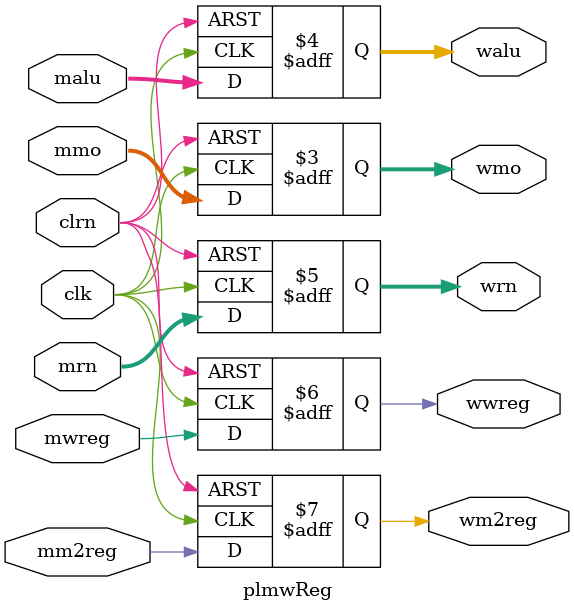
<source format=v>
module plpc(npc, clk, clrn, wpc, pc);
  input       clk, wpc, clrn;
  input       [31:0] npc;
  output      [31:0] pc;
  dffe32 PC(npc, clk, clrn, wpc, pc);
  
endmodule

module plir(pc4, instr, wir, clk, clrn, dpc4, inst); 
    input [31:0] pc4, instr; 
    input        wir, clk, clrn; 
    output[31:0] dpc4, inst; 
    dffe32 pc_plus4(pc4, clk, clrn, wir, dpc4); 
    dffe32 instruction(instr, clk, clrn, wir, inst);

endmodule	

module plieReg(dwreg, dm2reg, dwmem, daluc, daluimm, da, db, dimm, drn, 
                 dshift, djal, dpc4, clk, clrn, ewreg, em2reg, ewmem, 
                 ealuc, ealuimm, ea, eb, eimm, ern, eshift, ejal, epc4); 
       input  [31:0] da, db, dimm, dpc4; 
       input  [ 4:0] drn;
       input  [ 3:0] daluc;
       input         dwreg, dm2reg, dwmem, daluimm, dshift, djal;
       input         clk, clrn; 
       output [31:0] ea, eb, eimm, epc4;
       output [ 4:0] ern; 
       output [ 3:0] ealuc;
       output        ewreg, em2reg, ewmem, ealuimm, eshift, ejal; 
       reg    [31:0] ea, eb, eimm, epc4;
       reg    [ 4:0] ern;
       reg    [ 3:0] ealuc;	   
       reg           ewreg, em2reg, ewmem, ealuimm, eshift, ejal;
	   
	   always @(posedge clrn or posedge clk) 
           if (clrn == 1) begin
               ewreg   <= 0;      
			   em2reg <= 0;
			   ewmem   <= 0;      
			   ealuc  <= 0; 
               ealuimm <= 0;      
			   ea     <= 0; 
               eb      <= 0;      
			   eimm   <= 0; 
               ern     <= 0;      
			   eshift <= 0; 
               ejal    <= 0;      
			   epc4   <= 0; 
			   
                          end 
		   else begin 
             ewreg   <= dwreg;      
			 em2reg <= dm2reg; 
             ewmem   <= dwmem;      
			 ealuc  <= daluc; 
             ealuimm <= daluimm;    
			 ea     <= da; 
             eb      <= db;         
			 eimm   <= dimm; 
             ern     <= drn;        
			 eshift <= dshift; 
             ejal    <= djal;       
			 epc4   <= dpc4; 
			 
                end 
endmodule

module plemReg(ewreg, em2reg, ewmem, ealu, eb, ern, clk, clrn, 
               mwreg, mm2reg, mwmem, malu, mb, mrn); 
       input  [31:0] ealu, eb; 
       input  [ 4:0] ern; 
       input         ewreg, em2reg, ewmem; 
       input         clk, clrn; 
       output [31:0] malu, mb;
	   output [ 4:0] mrn; 
       output        mwreg, mm2reg, mwmem; 
       reg    [31:0] malu, mb; 
       reg    [ 4:0] mrn; 
       reg           mwreg, mm2reg, mwmem; 
	   
   always @(posedge clrn or posedge clk) 
          if(clrn == 1) begin 
              mwreg <= 0;        
			  mm2reg  <= 0; 
              mwmem <= 0;        
			  malu    <= 0; 
              mb    <= 0;        
			  mrn     <= 0; 
          end else begin 
              mwreg <= ewreg;   
			  mm2reg  <= em2reg; 
              mwmem <= ewmem;    
			  malu    <= ealu; 
              mb    <= eb;       
			  mrn     <= ern; 
          end 
endmodule

module plmwReg(mwreg, mm2reg, mmo, malu, mrn, clk, clrn, 
               wwreg, wm2reg, wmo, walu, wrn); 
           input  [31:0] mmo, malu;
           input  [ 4:0] mrn;
           input         mwreg, mm2reg;
           input         clk, clrn;
           output [31:0] wmo, walu;
           output [ 4:0] wrn; 
           output        wwreg, wm2reg; 
           reg    [31:0] wmo, walu; 
           reg    [ 4:0] wrn; 
           reg           wwreg, wm2reg; 
   always @(posedge clrn or posedge clk) 
       if (clrn == 1) begin
	       wwreg <= 0;      
		   wm2reg <= 0;
		   wmo   <= 0;      
		   walu   <= 0;
		   wrn   <= 0;
		   end else begin
	       wwreg <= mwreg;  
		   wm2reg <= mm2reg;
		   wmo   <= mmo;    
		   walu   <= malu;
		   wrn   <= mrn;
		   end
endmodule
	
</source>
